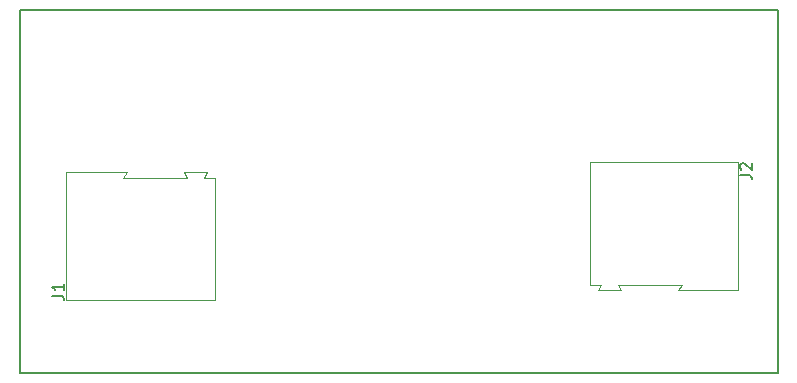
<source format=gbr>
%TF.GenerationSoftware,KiCad,Pcbnew,(6.0.9)*%
%TF.CreationDate,2022-11-24T21:30:44+02:00*%
%TF.ProjectId,transformer,7472616e-7366-46f7-926d-65722e6b6963,rev?*%
%TF.SameCoordinates,Original*%
%TF.FileFunction,Legend,Top*%
%TF.FilePolarity,Positive*%
%FSLAX46Y46*%
G04 Gerber Fmt 4.6, Leading zero omitted, Abs format (unit mm)*
G04 Created by KiCad (PCBNEW (6.0.9)) date 2022-11-24 21:30:44*
%MOMM*%
%LPD*%
G01*
G04 APERTURE LIST*
%TA.AperFunction,Profile*%
%ADD10C,0.150000*%
%TD*%
%ADD11C,0.150000*%
%ADD12C,0.120000*%
%ADD13R,3.960000X1.980000*%
%ADD14O,3.960000X1.980000*%
G04 APERTURE END LIST*
D10*
X102514400Y-135915400D02*
X166674800Y-135915400D01*
X166674800Y-135915400D02*
X166674800Y-166624000D01*
X166674800Y-166624000D02*
X102514400Y-166624000D01*
X102514400Y-166624000D02*
X102514400Y-135915400D01*
D11*
%TO.C,J2*%
X163490580Y-149848133D02*
X164204866Y-149848133D01*
X164347723Y-149895752D01*
X164442961Y-149990990D01*
X164490580Y-150133847D01*
X164490580Y-150229085D01*
X163585819Y-149419561D02*
X163538200Y-149371942D01*
X163490580Y-149276704D01*
X163490580Y-149038609D01*
X163538200Y-148943371D01*
X163585819Y-148895752D01*
X163681057Y-148848133D01*
X163776295Y-148848133D01*
X163919152Y-148895752D01*
X164490580Y-149467180D01*
X164490580Y-148848133D01*
%TO.C,J1*%
X105212980Y-160063533D02*
X105927266Y-160063533D01*
X106070123Y-160111152D01*
X106165361Y-160206390D01*
X106212980Y-160349247D01*
X106212980Y-160444485D01*
X106212980Y-159063533D02*
X106212980Y-159634961D01*
X106212980Y-159349247D02*
X105212980Y-159349247D01*
X105355838Y-159444485D01*
X105451076Y-159539723D01*
X105498695Y-159634961D01*
D12*
%TO.C,J2*%
X151448200Y-159634800D02*
X153348200Y-159634800D01*
X150748200Y-159134800D02*
X151698200Y-159134800D01*
X158548200Y-159134800D02*
X158248200Y-159634800D01*
X151698200Y-159134800D02*
X151448200Y-159634800D01*
X153148200Y-159134800D02*
X158548200Y-159134800D01*
X163348200Y-148784800D02*
X150748200Y-148784800D01*
X163348200Y-159634800D02*
X163348200Y-148784800D01*
X158248200Y-159634800D02*
X163348200Y-159634800D01*
X153348200Y-159634800D02*
X153398200Y-159634800D01*
X150748200Y-148784800D02*
X150748200Y-159134800D01*
X153398200Y-159634800D02*
X153148200Y-159134800D01*
%TO.C,J1*%
X118350600Y-149610200D02*
X116450600Y-149610200D01*
X119050600Y-150110200D02*
X118100600Y-150110200D01*
X111250600Y-150110200D02*
X111550600Y-149610200D01*
X118100600Y-150110200D02*
X118350600Y-149610200D01*
X116650600Y-150110200D02*
X111250600Y-150110200D01*
X106450600Y-160460200D02*
X119050600Y-160460200D01*
X106450600Y-149610200D02*
X106450600Y-160460200D01*
X111550600Y-149610200D02*
X106450600Y-149610200D01*
X116450600Y-149610200D02*
X116400600Y-149610200D01*
X119050600Y-160460200D02*
X119050600Y-150110200D01*
X116400600Y-149610200D02*
X116650600Y-150110200D01*
%TD*%
%LPC*%
D13*
%TO.C,J2*%
X157048200Y-151434800D03*
D14*
X157048200Y-156434800D03*
%TD*%
D13*
%TO.C,J1*%
X112750600Y-157810200D03*
D14*
X112750600Y-152810200D03*
%TD*%
M02*

</source>
